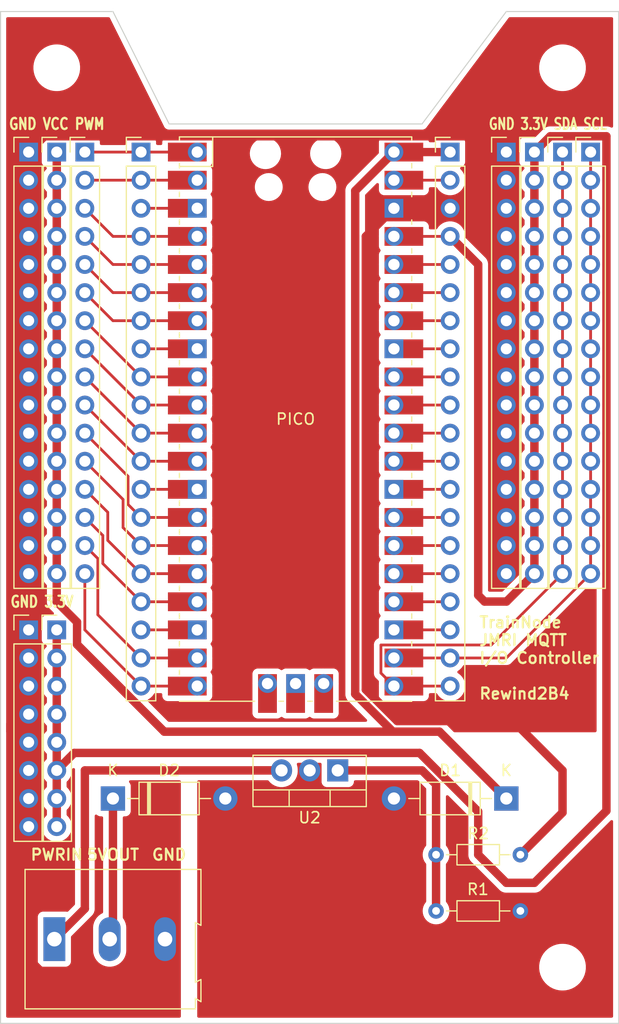
<source format=kicad_pcb>
(kicad_pcb (version 20211014) (generator pcbnew)
  (title_block (title "TrainNode JMRI I/O Controller") (date "2024-07-04") (rev "A") (company "Rewind2B4"))
  (layers (0 "F.Cu" signal) (31 "B.Cu" signal) (34 "B.Paste" user) (35 "F.Paste" user) (36 "B.SilkS" user "B.Silkscreen") (37 "F.SilkS" user "F.Silkscreen") (38 "B.Mask" user) (39 "F.Mask" user) (44 "Edge.Cuts" user))
  (net 0 "")
  (net 1 "Net-(D1-Pad1)")
  (net 2 "Net-(D1-Pad2)")
  (net 3 "Net-(D2-Pad1)")
  (net 4 "Net-(J9-Pad1)")
  (net 5 "Net-(J5-Pad1)")
  (net 6 "Net-(J5-Pad2)")
  (net 7 "Net-(J5-Pad3)")
  (net 8 "Net-(J5-Pad4)")
  (net 9 "Net-(J5-Pad5)")
  (net 10 "Net-(J5-Pad6)")
  (net 11 "Net-(J5-Pad7)")
  (net 12 "Net-(J5-Pad8)")
  (net 13 "Net-(J5-Pad9)")
  (net 14 "Net-(J5-Pad10)")
  (net 15 "Net-(J5-Pad11)")
  (net 16 "Net-(J5-Pad12)")
  (net 17 "Net-(J5-Pad13)")
  (net 18 "Net-(J5-Pad14)")
  (net 19 "Net-(J5-Pad15)")
  (net 20 "Net-(J5-Pad16)")
  (net 21 "Net-(J10-Pad1)")
  (net 22 "Net-(J7-Pad3)")
  (net 23 "Net-(J7-Pad8)")
  (net 24 "Net-(J7-Pad13)")
  (net 25 "Net-(J11-Pad19)")
  (net 26 "Net-(J11-Pad2)")
  (net 27 "Net-(J11-Pad5)")
  (net 28 "Net-(J11-Pad6)")
  (net 29 "Net-(J11-Pad7)")
  (net 30 "Net-(J11-Pad8)")
  (net 31 "Net-(J11-Pad9)")
  (net 32 "Net-(J11-Pad10)")
  (net 33 "Net-(J11-Pad11)")
  (net 34 "Net-(J11-Pad12)")
  (net 35 "Net-(J11-Pad13)")
  (net 36 "Net-(J11-Pad14)")
  (net 37 "Net-(J11-Pad15)")
  (net 38 "Net-(J11-Pad16)")
  (net 39 "Net-(J11-Pad20)")
  (net 40 "Net-(J12-Pad1)")
  (net 41 "Net-(J7-Pad18)")
  (net 42 "Net-(J11-Pad18)")
  (net 43 "Net-(J11-Pad17)")
  (net 47 "Net-(R1-Pad2)")
  (footprint "Connector_PinHeader_2.54mm:PinHeader_1x16_P2.54mm_Vertical" (layer "F.Cu") (at 160.02 53.34)
    (fp_text reference "J4" hide)
    (fp_text value "Conn_01x16_Female" hide)
  )
  (footprint "Resistor_THT:R_Axial_DIN0204_L3.6mm_D1.6mm_P7.62mm_Horizontal" (layer "F.Cu") (at 153.67 116.84)
    (fp_text reference "R2")
    (fp_text value "1200")
  )
  (footprint "Connector_PinHeader_2.54mm:PinHeader_1x20_P2.54mm_Vertical" (layer "F.Cu") (at 127 53.34)
    (fp_text reference "J7" hide)
    (fp_text value "Conn_01x20_Female" hide)
  )
  (footprint "Connector_PinHeader_2.54mm:PinHeader_1x16_P2.54mm_Vertical" (layer "F.Cu") (at 167.64 53.34)
    (fp_text reference "J6" hide)
    (fp_text value "Conn_01x16_Female" hide)
  )
  (footprint "MCU_RaspberryPi_and_Boards:RPi_Pico_SMD_TH" (layer "F.Cu") (at 140.97 77.47)
    (fp_text reference "PICO")
    (fp_text value "Pico")
  )
  (footprint "Diode_THT:D_DO-41_SOD81_P10.16mm_Horizontal" (layer "F.Cu") (at 124.46 111.76)
    (fp_text reference "D2")
    (fp_text value "1N4007")
  )
  (footprint "Package_TO_SOT_THT:TO-220-3_Vertical" (layer "F.Cu") (at 144.78 109.22 180)
    (fp_text reference "U2")
    (fp_text value "LM317_TO-220")
  )
  (footprint "Connector_PinHeader_2.54mm:PinHeader_1x16_P2.54mm_Vertical" (layer "F.Cu") (at 162.56 53.34)
    (fp_text reference "J9" hide)
    (fp_text value "Conn_01x16_Female" hide)
  )
  (footprint "Connector_PinHeader_2.54mm:PinHeader_1x16_P2.54mm_Vertical" (layer "F.Cu") (at 165.1 53.34)
    (fp_text reference "J8" hide)
    (fp_text value "Conn_01x16_Female" hide)
  )
  (footprint "Connector_PinHeader_2.54mm:PinHeader_1x16_P2.54mm_Vertical" (layer "F.Cu") (at 119.38 53.34)
    (fp_text reference "J2" hide)
    (fp_text value "Conn_01x16_Female" hide)
  )
  (footprint "Connector_PinHeader_2.54mm:PinHeader_1x16_P2.54mm_Vertical" (layer "F.Cu") (at 116.84 53.34)
    (fp_text reference "J10" hide)
    (fp_text value "Conn_01x16_Female" hide)
  )
  (footprint "Resistor_THT:R_Axial_DIN0204_L3.6mm_D1.6mm_P7.62mm_Horizontal" (layer "F.Cu") (at 161.29 121.92 180)
    (fp_text reference "R1")
    (fp_text value "330")
  )
  (footprint "TerminalBlock:TerminalBlock_Altech_AK300-3_P5.00mm" (layer "F.Cu") (at 119.165 124.47)
    (fp_text reference "J12" hide)
    (fp_text value "Conn_01x03_Female" hide)
  )
  (footprint "Connector_PinHeader_2.54mm:PinHeader_1x20_P2.54mm_Vertical" (layer "F.Cu") (at 154.94 53.34)
    (fp_text reference "J11" hide)
    (fp_text value "Conn_01x20_Female" hide)
  )
  (footprint "Diode_THT:D_DO-41_SOD81_P10.16mm_Horizontal" (layer "F.Cu") (at 160.02 111.76 180)
    (fp_text reference "D1")
    (fp_text value "1N4007")
  )
  (footprint "MountingHole:MountingHole_3.2mm_M3" (layer "F.Cu") (at 165.1 45.72)
    (fp_text reference "REF**" hide)
    (fp_text value "MountingHole_3.2mm_M3" hide)
  )
  (footprint "MountingHole:MountingHole_3.2mm_M3" (layer "F.Cu") (at 119.38 45.72)
    (fp_text reference "REF**" hide)
    (fp_text value "MountingHole_3.2mm_M3" hide)
  )
  (footprint "MountingHole:MountingHole_3.2mm_M3" (layer "F.Cu") (at 165.1 127)
    (fp_text reference "REF**" hide)
    (fp_text value "MountingHole_3.2mm_M3" hide)
  )
  (footprint "Connector_PinHeader_2.54mm:PinHeader_1x08_P2.54mm_Vertical" (layer "F.Cu") (at 119.38 96.52)
    (fp_text reference "J1" hide)
    (fp_text value "Conn_01x08_Female" hide)
  )
  (footprint "Connector_PinHeader_2.54mm:PinHeader_1x08_P2.54mm_Vertical" (layer "F.Cu") (at 116.84 96.52)
    (fp_text reference "J3" hide)
    (fp_text value "Conn_01x08_Female" hide)
  )
  (footprint "Connector_PinHeader_2.54mm:PinHeader_1x16_P2.54mm_Vertical" (layer "F.Cu") (at 121.92 53.34)
    (fp_text reference "J5" hide)
    (fp_text value "Conn_01x16_Female" hide)
  )
  (gr_line (start 152.4 50.8) (end 160.02 40.64) (layer "Edge.Cuts") (width 0.1))
  (gr_line (start 114.3 40.64) (end 114.3 132.08) (layer "Edge.Cuts") (width 0.1))
  (gr_line (start 129.54 50.8) (end 124.46 40.64) (layer "Edge.Cuts") (width 0.1))
  (gr_line (start 170.18 40.64) (end 160.02 40.64) (layer "Edge.Cuts") (width 0.1))
  (gr_line (start 114.3 132.08) (end 170.18 132.08) (layer "Edge.Cuts") (width 0.1))
  (gr_line (start 129.54 50.8) (end 152.4 50.8) (layer "Edge.Cuts") (width 0.1))
  (gr_line (start 124.46 40.64) (end 114.3 40.64) (layer "Edge.Cuts") (width 0.1))
  (gr_line (start 170.18 132.08) (end 170.18 40.64) (layer "Edge.Cuts") (width 0.1))
  (gr_text "GND\n" (at 129.54 116.84) (layer "F.SilkS") (effects (font (size 1 1) (thickness 0.2))))
  (gr_text "GND VCC PWM" (at 119.38 50.8) (layer "F.SilkS") (effects (font (size 1 0.8) (thickness 0.2))))
  (gr_text "GND 3.3V SDA SCL" (at 163.77 50.8) (layer "F.SilkS") (effects (font (size 1 0.75) (thickness 0.1875))))
  (gr_text "GND 3.3V\n" (at 118.05 93.98) (layer "F.SilkS") (effects (font (size 1 0.8) (thickness 0.2))))
  (gr_text "TrainNode \nJMRI MQTT \nI/O Controller\n\nRewind2B4" (at 157.48 99.06) (layer "F.SilkS") (effects (font (size 1 1) (thickness 0.2)) (justify left)))
  (gr_text "5VOUT\n" (at 124.465 116.84) (layer "F.SilkS") (effects (font (size 1 1) (thickness 0.2))))
  (gr_text "PWRIN\n" (at 119.38 116.84) (layer "F.SilkS") (effects (font (size 1 1) (thickness 0.2))))
  (segment (start 149.764492 105.72048) (end 146.36048 102.316468) (width 0.76) (layer "F.Cu") (net 1))
  (segment (start 119.38 53.34) (end 119.38 93.98) (width 0.76) (layer "F.Cu") (net 1))
  (segment (start 119.38 53.34) (end 119.38 60.96) (width 0.75) (layer "F.Cu") (net 1))
  (segment (start 121.21548 97.837115) (end 129.098845 105.72048) (width 0.76) (layer "F.Cu") (net 1))
  (segment (start 153.98048 105.72048) (end 149.764492 105.72048) (width 0.76) (layer "F.Cu") (net 1))
  (segment (start 119.38 93.98) (end 121.21548 95.81548) (width 0.76) (layer "F.Cu") (net 1))
  (segment (start 160.02 111.76) (end 153.98048 105.72048) (width 0.76) (layer "F.Cu") (net 1))
  (segment (start 146.36048 102.316468) (end 146.36048 56.83952) (width 0.76) (layer "F.Cu") (net 1))
  (segment (start 129.098845 105.72048) (end 149.764492 105.72048) (width 0.76) (layer "F.Cu") (net 1))
  (segment (start 149.86 53.34) (end 154.94 53.34) (width 0.75) (layer "F.Cu") (net 1))
  (segment (start 121.21548 95.81548) (end 121.21548 97.837115) (width 0.76) (layer "F.Cu") (net 1))
  (segment (start 146.36048 56.83952) (end 149.86 53.34) (width 0.76) (layer "F.Cu") (net 1))
  (segment (start 142.24 109.22) (end 142.24 111.76) (width 0.76) (layer "F.Cu") (net 2))
  (segment (start 134.62 111.76) (end 137.16 111.76) (width 0.76) (layer "F.Cu") (net 2))
  (segment (start 149.86 111.76) (end 147.32 111.76) (width 0.76) (layer "F.Cu") (net 2))
  (segment (start 124.46 111.76) (end 124.46 124.175) (width 0.76) (layer "F.Cu") (net 3))
  (segment (start 124.46 124.175) (end 124.165 124.47) (width 0.76) (layer "F.Cu") (net 3))
  (segment (start 157.48 93.38908) (end 158.050602 93.959682) (width 0.76) (layer "F.Cu") (net 4))
  (segment (start 163.989511 51.910489) (end 169.069511 51.910489) (width 0.76) (layer "F.Cu") (net 4))
  (segment (start 169.069511 51.910489) (end 169.069511 112.870489) (width 0.76) (layer "F.Cu") (net 4))
  (segment (start 154.94 60.96) (end 157.48 63.5) (width 0.76) (layer "F.Cu") (net 4))
  (segment (start 157.48 112.943034) (end 152.177455 107.640489) (width 0.76) (layer "F.Cu") (net 4))
  (segment (start 157.48 116.84) (end 157.48 112.943034) (width 0.76) (layer "F.Cu") (net 4))
  (segment (start 157.48 63.5) (end 157.48 93.38908) (width 0.76) (layer "F.Cu") (net 4))
  (segment (start 158.050602 93.959682) (end 160.040318 93.959682) (width 0.76) (layer "F.Cu") (net 4))
  (segment (start 169.069511 112.870489) (end 162.56 119.38) (width 0.76) (layer "F.Cu") (net 4))
  (segment (start 152.177455 107.640489) (end 120.959511 107.640489) (width 0.76) (layer "F.Cu") (net 4))
  (segment (start 119.38 114.3) (end 119.38 96.52) (width 0.76) (layer "F.Cu") (net 4))
  (segment (start 160.02 119.38) (end 157.48 116.84) (width 0.76) (layer "F.Cu") (net 4))
  (segment (start 162.56 53.34) (end 163.989511 51.910489) (width 0.76) (layer "F.Cu") (net 4))
  (segment (start 162.56 119.38) (end 160.02 119.38) (width 0.76) (layer "F.Cu") (net 4))
  (segment (start 120.959511 107.640489) (end 119.38 109.22) (width 0.76) (layer "F.Cu") (net 4))
  (segment (start 149.86 60.96) (end 154.94 60.96) (width 0.25) (layer "F.Cu") (net 4))
  (segment (start 162.56 53.34) (end 162.56 91.44) (width 0.76) (layer "F.Cu") (net 4))
  (segment (start 160.040318 93.959682) (end 162.56 91.44) (width 0.76) (layer "F.Cu") (net 4))
  (segment (start 127 53.34) (end 132.08 53.34) (width 0.25) (layer "F.Cu") (net 5))
  (segment (start 121.92 53.34) (end 127 53.34) (width 0.25) (layer "F.Cu") (net 5))
  (segment (start 132.08 55.88) (end 127 55.88) (width 0.25) (layer "F.Cu") (net 6))
  (segment (start 121.92 55.88) (end 127 55.88) (width 0.25) (layer "F.Cu") (net 6))
  (segment (start 124.46 60.96) (end 127 60.96) (width 0.25) (layer "F.Cu") (net 7))
  (segment (start 121.92 58.42) (end 124.46 60.96) (width 0.25) (layer "F.Cu") (net 7))
  (segment (start 127 60.96) (end 132.08 60.96) (width 0.25) (layer "F.Cu") (net 7))
  (segment (start 121.92 60.96) (end 124.46 63.5) (width 0.25) (layer "F.Cu") (net 8))
  (segment (start 124.46 63.5) (end 127 63.5) (width 0.25) (layer "F.Cu") (net 8))
  (segment (start 132.08 63.5) (end 127 63.5) (width 0.25) (layer "F.Cu") (net 8))
  (segment (start 124.46 66.04) (end 127 66.04) (width 0.25) (layer "F.Cu") (net 9))
  (segment (start 127 66.04) (end 132.08 66.04) (width 0.25) (layer "F.Cu") (net 9))
  (segment (start 121.92 63.5) (end 124.46 66.04) (width 0.25) (layer "F.Cu") (net 9))
  (segment (start 124.46 68.58) (end 127 68.58) (width 0.25) (layer "F.Cu") (net 10))
  (segment (start 132.08 68.58) (end 127 68.58) (width 0.25) (layer "F.Cu") (net 10))
  (segment (start 121.92 66.04) (end 124.46 68.58) (width 0.25) (layer "F.Cu") (net 10))
  (segment (start 127 73.66) (end 121.92 68.58) (width 0.25) (layer "F.Cu") (net 11))
  (segment (start 132.08 73.66) (end 127 73.66) (width 0.25) (layer "F.Cu") (net 11))
  (segment (start 127 76.2) (end 132.08 76.2) (width 0.25) (layer "F.Cu") (net 12))
  (segment (start 121.92 71.12) (end 127 76.2) (width 0.25) (layer "F.Cu") (net 12))
  (segment (start 121.92 73.66) (end 127 78.74) (width 0.25) (layer "F.Cu") (net 13))
  (segment (start 132.08 78.74) (end 127 78.74) (width 0.25) (layer "F.Cu") (net 13))
  (segment (start 127 81.28) (end 132.08 81.28) (width 0.25) (layer "F.Cu") (net 14))
  (segment (start 121.92 76.2) (end 127 81.28) (width 0.25) (layer "F.Cu") (net 14))
  (segment (start 121.92 78.74) (end 125.825489 82.645489) (width 0.25) (layer "F.Cu") (net 15))
  (segment (start 127 86.36) (end 132.08 86.36) (width 0.25) (layer "F.Cu") (net 15))
  (segment (start 125.825489 82.645489) (end 125.825489 85.185489) (width 0.25) (layer "F.Cu") (net 15))
  (segment (start 125.825489 85.185489) (end 127 86.36) (width 0.25) (layer "F.Cu") (net 15))
  (segment (start 127 88.9) (end 132.08 88.9) (width 0.25) (layer "F.Cu") (net 16))
  (segment (start 125.375969 87.275969) (end 127 88.9) (width 0.25) (layer "F.Cu") (net 16))
  (segment (start 121.92 81.28) (end 125.375969 84.735969) (width 0.25) (layer "F.Cu") (net 16))
  (segment (start 125.375969 84.735969) (end 125.375969 87.275969) (width 0.25) (layer "F.Cu") (net 16))
  (segment (start 123.993551 85.893551) (end 121.92 83.82) (width 0.25) (layer "F.Cu") (net 17))
  (segment (start 127 91.44) (end 132.08 91.44) (width 0.25) (layer "F.Cu") (net 17))
  (segment (start 123.993551 88.433551) (end 123.993551 85.893551) (width 0.25) (layer "F.Cu") (net 17))
  (segment (start 127 91.44) (end 123.993551 88.433551) (width 0.25) (layer "F.Cu") (net 17))
  (segment (start 132.08 93.98) (end 127 93.98) (width 0.25) (layer "F.Cu") (net 18))
  (segment (start 127 93.98) (end 123.544031 90.524031) (width 0.25) (layer "F.Cu") (net 18))
  (segment (start 123.544031 87.984031) (end 121.92 86.36) (width 0.25) (layer "F.Cu") (net 18))
  (segment (start 123.544031 90.524031) (end 123.544031 87.984031) (width 0.25) (layer "F.Cu") (net 18))
  (segment (start 123.094511 95.154511) (end 123.094511 90.074511) (width 0.25) (layer "F.Cu") (net 19))
  (segment (start 132.08 99.06) (end 127 99.06) (width 0.25) (layer "F.Cu") (net 19))
  (segment (start 127 99.06) (end 123.094511 95.154511) (width 0.25) (layer "F.Cu") (net 19))
  (segment (start 123.094511 90.074511) (end 121.92 88.9) (width 0.25) (layer "F.Cu") (net 19))
  (segment (start 127 101.6) (end 121.92 96.52) (width 0.25) (layer "F.Cu") (net 20))
  (segment (start 127 101.6) (end 132.08 101.6) (width 0.25) (layer "F.Cu") (net 20))
  (segment (start 121.92 96.52) (end 121.92 91.44) (width 0.25) (layer "F.Cu") (net 20))
  (segment (start 124.095 129.54) (end 120.105978 129.54) (width 0.76) (layer "F.Cu") (net 21))
  (segment (start 160.02 53.34) (end 158.590489 51.910489) (width 0.76) (layer "F.Cu") (net 21))
  (segment (start 147.32 60.96) (end 149.86 58.42) (width 0.76) (layer "F.Cu") (net 21))
  (segment (start 160.64096 104.76096) (end 150.161938 104.76096) (width 0.76) (layer "F.Cu") (net 21))
  (segment (start 116.84 126.274022) (end 116.84 114.3) (width 0.76) (layer "F.Cu") (net 21))
  (segment (start 165.1 109.22) (end 160.64096 104.76096) (width 0.76) (layer "F.Cu") (net 21))
  (segment (start 116.84 53.34) (end 116.84 58.42) (width 0.75) (layer "F.Cu") (net 21))
  (segment (start 120.105978 129.54) (end 116.84 126.274022) (width 0.76) (layer "F.Cu") (net 21))
  (segment (start 129.165 124.47) (end 124.095 129.54) (width 0.76) (layer "F.Cu") (net 21))
  (segment (start 118.269511 51.910489) (end 116.84 53.34) (width 0.76) (layer "F.Cu") (net 21))
  (segment (start 165.1 113.03) (end 165.1 109.22) (width 0.76) (layer "F.Cu") (net 21))
  (segment (start 116.84 91.44) (end 116.84 58.42) (width 0.75) (layer "F.Cu") (net 21))
  (segment (start 158.590489 51.910489) (end 118.269511 51.910489) (width 0.76) (layer "F.Cu") (net 21))
  (segment (start 150.161938 104.76096) (end 147.32 101.919022) (width 0.76) (layer "F.Cu") (net 21))
  (segment (start 149.86 58.42) (end 154.94 58.42) (width 0.75) (layer "F.Cu") (net 21))
  (segment (start 147.32 101.919022) (end 147.32 60.96) (width 0.76) (layer "F.Cu") (net 21))
  (segment (start 160.02 91.44) (end 160.02 53.34) (width 0.75) (layer "F.Cu") (net 21))
  (segment (start 161.29 116.84) (end 165.1 113.03) (width 0.76) (layer "F.Cu") (net 21))
  (segment (start 116.84 114.3) (end 116.84 91.44) (width 0.75) (layer "F.Cu") (net 21))
  (segment (start 127 58.42) (end 132.08 58.42) (width 0.25) (layer "F.Cu") (net 22))
  (segment (start 127 71.12) (end 132.08 71.12) (width 0.25) (layer "F.Cu") (net 23))
  (segment (start 127 83.82) (end 132.08 83.82) (width 0.25) (layer "F.Cu") (net 24))
  (segment (start 154.94 99.06) (end 149.86 99.06) (width 0.25) (layer "F.Cu") (net 25))
  (segment (start 160.02 99.06) (end 167.64 91.44) (width 0.25) (layer "F.Cu") (net 25))
  (segment (start 167.64 91.44) (end 167.64 53.34) (width 0.25) (layer "F.Cu") (net 25))
  (segment (start 154.94 99.06) (end 160.02 99.06) (width 0.25) (layer "F.Cu") (net 25))
  (segment (start 154.94 55.88) (end 149.86 55.88) (width 0.25) (layer "F.Cu") (net 26))
  (segment (start 149.86 63.5) (end 154.94 63.5) (width 0.25) (layer "F.Cu") (net 27))
  (segment (start 149.86 66.04) (end 154.94 66.04) (width 0.25) (layer "F.Cu") (net 28))
  (segment (start 149.86 68.58) (end 154.94 68.58) (width 0.25) (layer "F.Cu") (net 29))
  (segment (start 149.86 71.12) (end 154.94 71.12) (width 0.25) (layer "F.Cu") (net 30))
  (segment (start 149.86 73.66) (end 154.94 73.66) (width 0.25) (layer "F.Cu") (net 31))
  (segment (start 149.86 76.2) (end 154.94 76.2) (width 0.25) (layer "F.Cu") (net 32))
  (segment (start 149.86 78.74) (end 154.94 78.74) (width 0.25) (layer "F.Cu") (net 33))
  (segment (start 149.86 81.28) (end 154.94 81.28) (width 0.25) (layer "F.Cu") (net 34))
  (segment (start 149.86 83.82) (end 154.94 83.82) (width 0.25) (layer "F.Cu") (net 35))
  (segment (start 149.86 86.36) (end 154.94 86.36) (width 0.25) (layer "F.Cu") (net 36))
  (segment (start 149.86 88.9) (end 154.94 88.9) (width 0.25) (layer "F.Cu") (net 37))
  (segment (start 149.86 91.44) (end 154.94 91.44) (width 0.25) (layer "F.Cu") (net 38))
  (segment (start 165.1 91.44) (end 165.1 53.34) (width 0.25) (layer "F.Cu") (net 39))
  (segment (start 148.685489 100.425489) (end 148.685489 97.885489) (width 0.25) (layer "F.Cu") (net 39))
  (segment (start 149.86 101.6) (end 154.94 101.6) (width 0.25) (layer "F.Cu") (net 39))
  (segment (start 148.685489 97.885489) (end 158.654511 97.885489) (width 0.25) (layer "F.Cu") (net 39))
  (segment (start 149.86 101.6) (end 148.685489 100.425489) (width 0.25) (layer "F.Cu") (net 39))
  (segment (start 158.654511 97.885489) (end 165.1 91.44) (width 0.25) (layer "F.Cu") (net 39))
  (segment (start 139.7 109.22) (end 121.92 109.22) (width 0.76) (layer "F.Cu") (net 40))
  (segment (start 121.92 121.715) (end 119.165 124.47) (width 0.76) (layer "F.Cu") (net 40))
  (segment (start 121.92 109.22) (end 121.92 121.715) (width 0.76) (layer "F.Cu") (net 40))
  (segment (start 139.7 109.22) (end 137.16 109.22) (width 0.76) (layer "F.Cu") (net 40))
  (segment (start 132.08 96.52) (end 127 96.52) (width 0.25) (layer "F.Cu") (net 41))
  (segment (start 149.86 96.52) (end 154.94 96.52) (width 0.25) (layer "F.Cu") (net 42))
  (segment (start 149.86 93.98) (end 154.94 93.98) (width 0.25) (layer "F.Cu") (net 43))
  (segment (start 144.78 109.22) (end 152.4 109.22) (width 0.76) (layer "F.Cu") (net 47))
  (segment (start 153.67 110.49) (end 153.67 116.84) (width 0.76) (layer "F.Cu") (net 47))
  (segment (start 153.67 121.92) (end 153.67 116.84) (width 0.76) (layer "F.Cu") (net 47))
  (segment (start 152.4 109.22) (end 153.67 110.49) (width 0.76) (layer "F.Cu") (net 47))
  (zone (net 2) (net_name "Net-(D1-Pad2)") (layer "F.Cu") (connect_pads yes (clearance 0.508)) (min_thickness 0.254) (fill yes (thermal_gap 0.508) (thermal_bridge_width 0.508))
    (polygon (pts (xy 170.18 132.08) (xy 132.08 132.08) (xy 132.08 106.68) (xy 170.18 106.68)))
  )
  (zone (net 21) (net_name "Net-(J10-Pad1)") (layer "F.Cu") (connect_pads yes (clearance 0.508)) (min_thickness 0.254) (fill yes (thermal_gap 0.508) (thermal_bridge_width 0.508))
    (polygon (pts (xy 170.18 105.774467) (xy 114.3 105.774467) (xy 114.300001 39.596862) (xy 170.180001 39.596862)))
  )
  (zone (net 21) (net_name "Net-(J10-Pad1)") (layer "F.Cu") (connect_pads yes (clearance 0.508)) (min_thickness 0.254) (fill yes (thermal_gap 0.508) (thermal_bridge_width 0.508))
    (polygon (pts (xy 130.599991 132.080001) (xy 114.3 132.08) (xy 114.3 104.938588) (xy 130.599991 104.938589)))
  )
)
</source>
